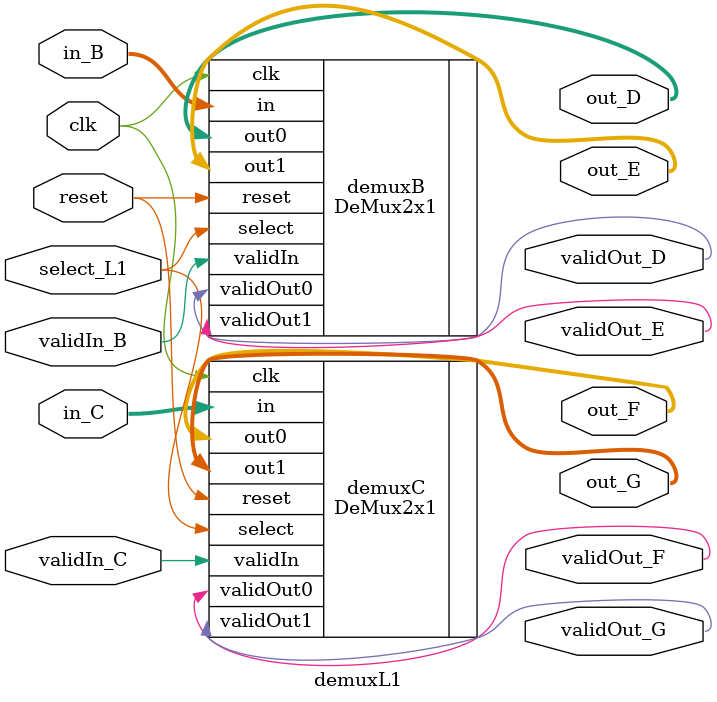
<source format=v>
/* ***********************************************************
                    Universidad de Costa Rica
                 Escuela de Ingenieria Electrica
                            IE-0523
                      Circuitos Digitales 2

                           DeMuxL1.v

Autores: Daniela Oporta Abarca B55160 
         Marlon Jesus Jiménez Acosta B73881
         Roger Castro Rivas B61725
         German Ureña Araya B77809 

Fecha: 01 de junio del 2021

Descripcion:
  

*********************************************************** */

`include "DeMux2x1.v"
module demuxL1(
    output [7:0] out_D,
    output [7:0] out_E,
    output [7:0] out_F,
    output [7:0] out_G,

    output validOut_D,
    output validOut_E,
    output validOut_F,
    output validOut_G,

    input [7:0] in_B,
    input [7:0] in_C,

    input validIn_B,
    input validIn_C,
    
    input select_L1,
    input clk,
    input reset);

    // Se instancia el demux
    DeMux2x1 demuxB(
        //Salidas
        .out0  (out_D[7:0]),
        .out1  (out_E[7:0]),  

        .validOut0 (validOut_D),
        .validOut1 (validOut_E),
        //Entradas
        .in    (in_B[7:0]),
        .validIn   (validIn_B),
        .select  (select_L1),
        .clk       (clk),
        .reset     (reset)
    );

    DeMux2x1 demuxC(
        //Salidas
        .out0  (out_F[7:0]),
        .out1  (out_G[7:0]),  
        .validOut0 (validOut_F),
        .validOut1 (validOut_G),
        //Entradas
        .in (in_C[7:0]),
        .validIn   (validIn_C),
        .select  (select_L1),
        .clk       (clk),
        .reset     (reset)
    );
endmodule
</source>
